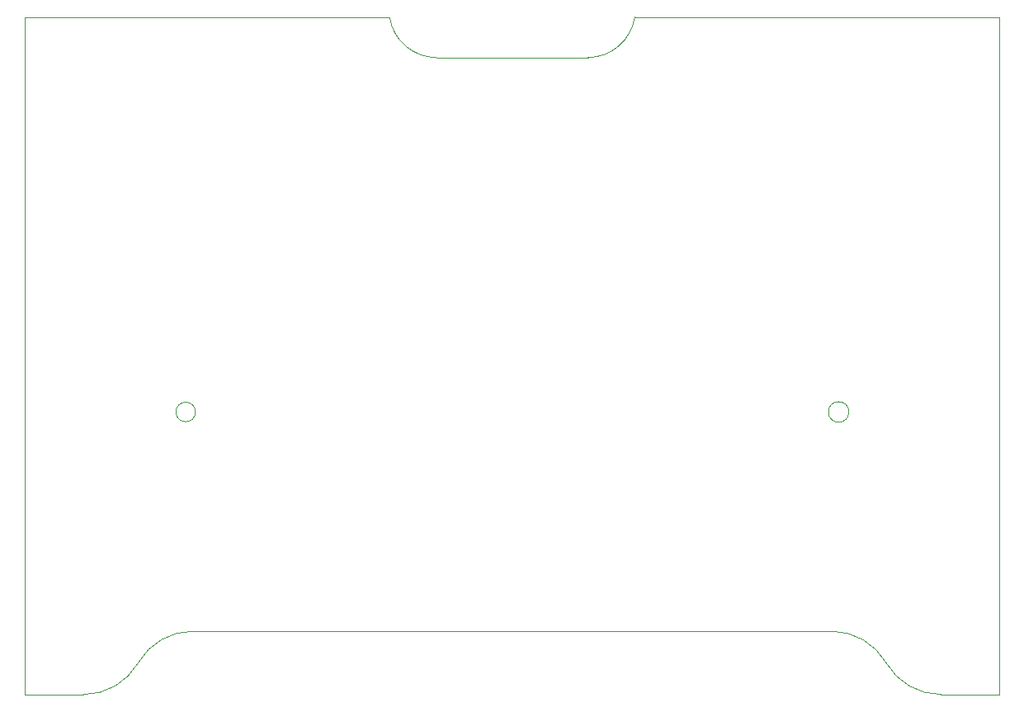
<source format=gbr>
G04 #@! TF.GenerationSoftware,KiCad,Pcbnew,5.1.5+dfsg1-2build2*
G04 #@! TF.CreationDate,2022-05-25T15:14:24+02:00*
G04 #@! TF.ProjectId,ModulAdapter,4d6f6475-6c41-4646-9170-7465722e6b69,rev?*
G04 #@! TF.SameCoordinates,Original*
G04 #@! TF.FileFunction,Profile,NP*
%FSLAX46Y46*%
G04 Gerber Fmt 4.6, Leading zero omitted, Abs format (unit mm)*
G04 Created by KiCad (PCBNEW 5.1.5+dfsg1-2build2) date 2022-05-25 15:14:24*
%MOMM*%
%LPD*%
G04 APERTURE LIST*
%ADD10C,0.100000*%
G04 APERTURE END LIST*
D10*
X107775000Y-72126000D02*
X92225000Y-72126000D01*
X87420000Y-67980000D02*
X50000000Y-67980000D01*
X107774689Y-72126297D02*
G75*
G03X112580000Y-67980000I-24689J4886297D01*
G01*
X92225311Y-72126297D02*
G75*
G02X87420000Y-67980000I24689J4886297D01*
G01*
X56000000Y-137500000D02*
X50000000Y-137500000D01*
X144000000Y-137500000D02*
X150000000Y-137500000D01*
X132750417Y-130999277D02*
G75*
G02X138380000Y-134250000I-417J-6500723D01*
G01*
X144004583Y-137492062D02*
G75*
G02X138380000Y-134250000I-4583J6492062D01*
G01*
X61620835Y-134250000D02*
G75*
G02X67250000Y-131000000I5629165J-3250000D01*
G01*
X61629165Y-134250000D02*
G75*
G02X56000000Y-137500000I-5629165J3250000D01*
G01*
X134550000Y-108500000D02*
G75*
G03X134550000Y-108500000I-1050000J0D01*
G01*
X67500000Y-108500000D02*
G75*
G03X67500000Y-108500000I-1000000J0D01*
G01*
X150000000Y-137500000D02*
X150000000Y-67980000D01*
X50000000Y-137500000D02*
X50000000Y-67980000D01*
X67250000Y-131000000D02*
X132750000Y-131000000D01*
X112580000Y-67980000D02*
X150000000Y-67980000D01*
M02*

</source>
